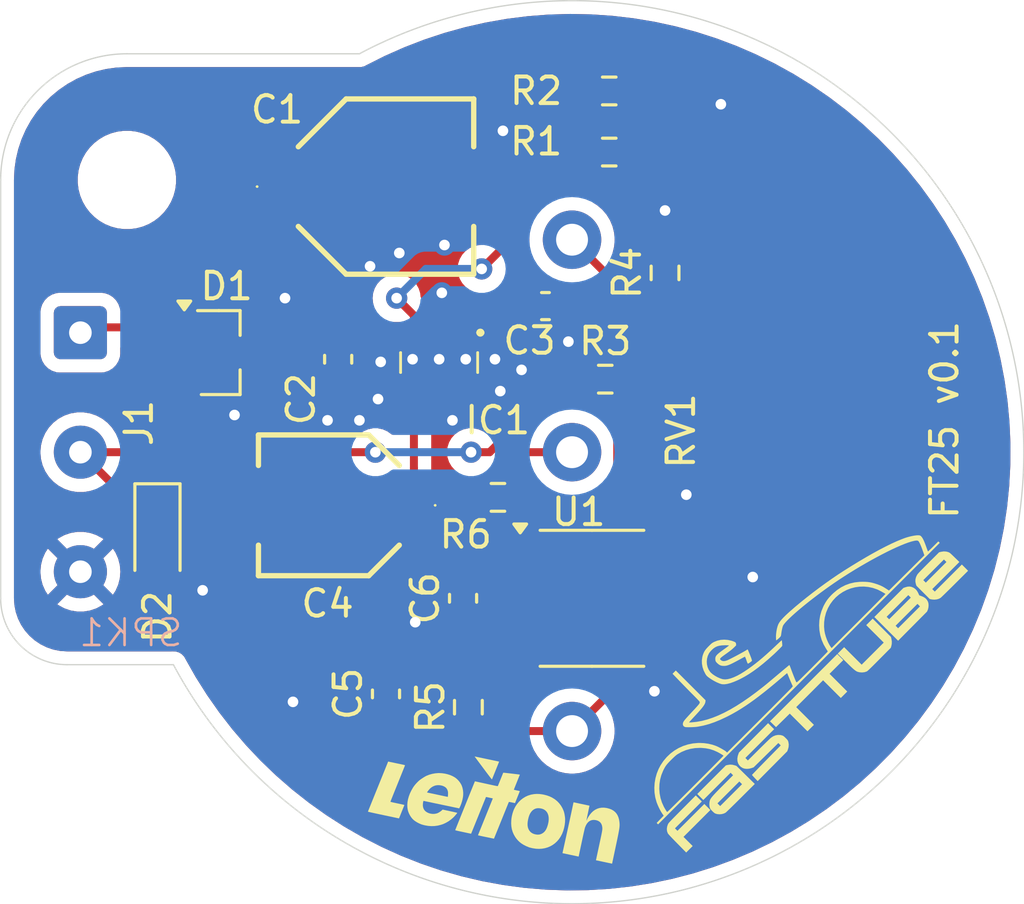
<source format=kicad_pcb>
(kicad_pcb
	(version 20240108)
	(generator "pcbnew")
	(generator_version "8.0")
	(general
		(thickness 1.6)
		(legacy_teardrops no)
	)
	(paper "A4")
	(layers
		(0 "F.Cu" signal)
		(31 "B.Cu" power)
		(32 "B.Adhes" user "B.Adhesive")
		(33 "F.Adhes" user "F.Adhesive")
		(34 "B.Paste" user)
		(35 "F.Paste" user)
		(37 "F.SilkS" user "F.Silkscreen")
		(38 "B.Mask" user)
		(39 "F.Mask" user)
		(40 "Dwgs.User" user "User.Drawings")
		(41 "Cmts.User" user "User.Comments")
		(42 "Eco1.User" user "User.Eco1")
		(43 "Eco2.User" user "User.Eco2")
		(44 "Edge.Cuts" user)
		(45 "Margin" user)
		(46 "B.CrtYd" user "B.Courtyard")
		(47 "F.CrtYd" user "F.Courtyard")
		(48 "B.Fab" user)
		(49 "F.Fab" user)
		(50 "User.1" user)
		(51 "User.2" user)
		(52 "User.3" user)
		(53 "User.4" user)
		(54 "User.5" user)
		(55 "User.6" user)
		(56 "User.7" user)
		(57 "User.8" user)
		(58 "User.9" user)
	)
	(setup
		(stackup
			(layer "F.SilkS"
				(type "Top Silk Screen")
			)
			(layer "F.Paste"
				(type "Top Solder Paste")
			)
			(layer "F.Mask"
				(type "Top Solder Mask")
				(thickness 0.01)
			)
			(layer "F.Cu"
				(type "copper")
				(thickness 0.035)
			)
			(layer "dielectric 1"
				(type "core")
				(thickness 1.51)
				(material "FR4")
				(epsilon_r 4.5)
				(loss_tangent 0.02)
			)
			(layer "B.Cu"
				(type "copper")
				(thickness 0.035)
			)
			(layer "B.Mask"
				(type "Bottom Solder Mask")
				(thickness 0.01)
			)
			(layer "B.Paste"
				(type "Bottom Solder Paste")
			)
			(layer "dielectric 2"
				(type "Bottom Silk Screen")
				(thickness 0)
				(material "FR4")
				(epsilon_r 4.5)
				(loss_tangent 0.02)
			)
			(copper_finish "None")
			(dielectric_constraints no)
		)
		(pad_to_mask_clearance 0)
		(allow_soldermask_bridges_in_footprints no)
		(pcbplotparams
			(layerselection 0x00010fc_ffffffff)
			(plot_on_all_layers_selection 0x0000000_00000000)
			(disableapertmacros no)
			(usegerberextensions no)
			(usegerberattributes yes)
			(usegerberadvancedattributes yes)
			(creategerberjobfile yes)
			(dashed_line_dash_ratio 12.000000)
			(dashed_line_gap_ratio 3.000000)
			(svgprecision 4)
			(plotframeref no)
			(viasonmask no)
			(mode 1)
			(useauxorigin no)
			(hpglpennumber 1)
			(hpglpenspeed 20)
			(hpglpendiameter 15.000000)
			(pdf_front_fp_property_popups yes)
			(pdf_back_fp_property_popups yes)
			(dxfpolygonmode yes)
			(dxfimperialunits yes)
			(dxfusepcbnewfont yes)
			(psnegative no)
			(psa4output no)
			(plotreference yes)
			(plotvalue yes)
			(plotfptext yes)
			(plotinvisibletext no)
			(sketchpadsonfab no)
			(subtractmaskfromsilk no)
			(outputformat 1)
			(mirror no)
			(drillshape 1)
			(scaleselection 1)
			(outputdirectory "")
		)
	)
	(net 0 "")
	(net 1 "VDD")
	(net 2 "GND")
	(net 3 "Net-(U1-FEED)")
	(net 4 "Net-(SPK1-M)")
	(net 5 "+24V")
	(net 6 "Net-(U1-HRNEN)")
	(net 7 "Net-(IC1-EN{slash}ADJ)")
	(net 8 "/SIG")
	(net 9 "Net-(SPK1-G)")
	(net 10 "Net-(SPK1-F)")
	(net 11 "Net-(D1-A)")
	(net 12 "unconnected-(U1-NC-Pad1)")
	(net 13 "unconnected-(U1-NC-Pad3)")
	(net 14 "Net-(R1-Pad2)")
	(footprint "Connector_Wire:SolderWire-0.25sqmm_1x03_P4.5mm_D0.65mm_OD2mm" (layer "F.Cu") (at 131.5 95.5 -90))
	(footprint "Capacitor_SMD:C_0603_1608Metric_Pad1.08x0.95mm_HandSolder" (layer "F.Cu") (at 141.2 96.5 -90))
	(footprint "Capacitor_SMD:C_0603_1608Metric_Pad1.08x0.95mm_HandSolder" (layer "F.Cu") (at 145.9 105.5 90))
	(footprint "LOGO" (layer "F.Cu") (at 157.785054 107.960449 45))
	(footprint "Resistor_SMD:R_0603_1608Metric_Pad0.98x0.95mm_HandSolder" (layer "F.Cu") (at 146.1 109.6 90))
	(footprint "soundbox:06TR4FA104DPR" (layer "F.Cu") (at 159 95.5))
	(footprint "Capacitor_SMD:C_0603_1608Metric_Pad1.08x0.95mm_HandSolder" (layer "F.Cu") (at 149 94.5 180))
	(footprint "Resistor_SMD:R_0603_1608Metric_Pad0.98x0.95mm_HandSolder" (layer "F.Cu") (at 153.5 93.25 90))
	(footprint "soundbox:PG-SCT595-5" (layer "F.Cu") (at 145 96.5 180))
	(footprint "soundbox:EEE0GA101SR" (layer "F.Cu") (at 140.85 102 180))
	(footprint "Resistor_SMD:R_0603_1608Metric_Pad0.98x0.95mm_HandSolder" (layer "F.Cu") (at 147.2125 101.7))
	(footprint "Resistor_SMD:R_0603_1608Metric_Pad0.98x0.95mm_HandSolder" (layer "F.Cu") (at 151.4 88.7))
	(footprint "Package_TO_SOT_SMD:SOT-23_Handsoldering" (layer "F.Cu") (at 136.75 96.25))
	(footprint "soundbox:LeitOn_small_wo_sq" (layer "F.Cu") (at 147.2 113.1 -12))
	(footprint "Package_SO:SOIC-8_3.9x4.9mm_P1.27mm" (layer "F.Cu") (at 150.75 105.5))
	(footprint "soundbox:EEE1AA101SP" (layer "F.Cu") (at 143 90))
	(footprint "Resistor_SMD:R_0603_1608Metric_Pad0.98x0.95mm_HandSolder" (layer "F.Cu") (at 151.25 97.25))
	(footprint "Capacitor_SMD:C_0603_1608Metric_Pad1.08x0.95mm_HandSolder" (layer "F.Cu") (at 143 109.1 90))
	(footprint "Diode_SMD:D_SOD-323_HandSoldering" (layer "F.Cu") (at 134.4 103.2 -90))
	(footprint "MountingHole:MountingHole_3.2mm_M3_DIN965" (layer "F.Cu") (at 133.25 89.75))
	(footprint "Resistor_SMD:R_0603_1608Metric_Pad0.98x0.95mm_HandSolder" (layer "F.Cu") (at 151.4 86.4))
	(footprint "soundbox:CPT-3016-105T" (layer "B.Cu") (at 150 100 180))
	(gr_arc
		(start 128.5 89.75)
		(mid 129.891243 86.391243)
		(end 133.25 85)
		(stroke
			(width 0.05)
			(type default)
		)
		(layer "Edge.Cuts")
		(uuid "0c9499f7-3257-4d1a-ab45-d3dea9659961")
	)
	(gr_line
		(start 133.25 85)
		(end 142 85)
		(stroke
			(width 0.05)
			(type default)
		)
		(layer "Edge.Cuts")
		(uuid "145b8ce2-1cdf-402f-8341-2813b341aab6")
	)
	(gr_line
		(start 128.5 89.75)
		(end 128.5 105.5)
		(stroke
			(width 0.05)
			(type default)
		)
		(layer "Edge.Cuts")
		(uuid "5702bfe5-fa35-42f9-b66d-dc1faf38af9f")
	)
	(gr_line
		(start 131 108)
		(end 135 108)
		(stroke
			(width 0.05)
			(type default)
		)
		(layer "Edge.Cuts")
		(uuid "7ce022d5-3481-46fd-850f-fa99ac5c91eb")
	)
	(gr_arc
		(start 142 85)
		(mid 166.263456 104.949746)
		(end 135.000001 108.000003)
		(stroke
			(width 0.05)
			(type default)
		)
		(layer "Edge.Cuts")
		(uuid "8a2c619c-8626-4af2-8c59-1422d0ba61b9")
	)
	(gr_arc
		(start 131 108)
		(mid 129.232233 107.267767)
		(end 128.5 105.5)
		(stroke
			(width 0.05)
			(type default)
		)
		(layer "Edge.Cuts")
		(uuid "e1634623-b024-4caa-9d4d-69a765686d49")
	)
	(gr_rect
		(start 128.5 83)
		(end 167 117)
		(stroke
			(width 0.01)
			(type default)
		)
		(fill none)
		(layer "User.1")
		(uuid "39b0a146-c4d4-4256-ae48-acf0ec4d99bd")
	)
	(gr_text "FT25 v0.1"
		(at 164.6 102.6 90)
		(layer "F.SilkS")
		(uuid "0568cae2-bee3-4247-bec4-4aec8861298f")
		(effects
			(font
				(size 1 1)
				(thickness 0.15)
			)
			(justify left bottom)
		)
	)
	(segment
		(start 144.05 100.6)
		(end 144.05 101.8)
		(width 0.3)
		(layer "F.Cu")
		(net 1)
		(uuid "0200de1e-f1d3-475e-904f-1ae67260540b")
	)
	(segment
		(start 144.05 103.45)
		(end 144.05 102.35)
		(width 0.3)
		(layer "F.Cu")
		(net 1)
		(uuid "0bc4b59f-3030-465f-99e6-8a96f1d37eff")
	)
	(segment
		(start 148.275 104.865)
		(end 146.1275 104.865)
		(width 0.3)
		(layer "F.Cu")
		(net 1)
		(uuid "4fcf3739-2429-46db-a6eb-520af12c0900")
	)
	(segment
		(start 144 97.75)
		(end 144.05 97.7)
		(width 0.3)
		(layer "F.Cu")
		(net 1)
		(uuid "b57598a9-8b18-4e03-89c1-05fa95734452")
	)
	(segment
		(start 144.05 97.7)
		(end 144.05 100.6)
		(width 0.3)
		(layer "F.Cu")
		(net 1)
		(uuid "b5e77050-d7d3-4d83-9482-2923ce921046")
	)
	(segment
		(start 142.85 101.8)
		(end 144.05 101.8)
		(width 0.3)
		(layer "F.Cu")
		(net 1)
		(uuid "b743f3e9-4660-4641-8a39-1aa2c34a7ec6")
	)
	(segment
		(start 144.05 102.35)
		(end 143.7 102)
		(width 0.3)
		(layer "F.Cu")
		(net 1)
		(uuid "c5bb5a80-74ea-46d0-bfec-228c952e0dc7")
	)
	(segment
		(start 145.9 104.6375)
		(end 145.2375 104.6375)
		(width 0.3)
		(layer "F.Cu")
		(net 1)
		(uuid "cd55c0ae-b94b-4f6e-88d8-0819b3376a66")
	)
	(segment
		(start 145.2375 104.6375)
		(end 144.05 103.45)
		(width 0.3)
		(layer "F.Cu")
		(net 1)
		(uuid "ea5494ea-c94c-4637-880a-57b8847c4db0")
	)
	(segment
		(start 146.1275 104.865)
		(end 145.9 104.6375)
		(width 0.3)
		(layer "F.Cu")
		(net 1)
		(uuid "f2ef52aa-2e6f-4866-8b2f-5ded5050ff85")
	)
	(segment
		(start 145.9 106.3625)
		(end 144.1375 106.3625)
		(width 0.3)
		(layer "F.Cu")
		(net 2)
		(uuid "55aab1f9-bc28-4d68-920d-7a0186ad9de5")
	)
	(segment
		(start 149.8625 95.8375)
		(end 149.8625 94.5)
		(width 0.3)
		(layer "F.Cu")
		(net 2)
		(uuid "71920597-7374-42a3-8e56-7b58da0dcf27")
	)
	(segment
		(start 144.1375 106.3625)
		(end 144.1 106.4)
		(width 0.3)
		(layer "F.Cu")
		(net 2)
		(uuid "e1cb0569-3fed-4d04-9a27-ad2ee24e1020")
	)
	(via
		(at 155.6 86.9)
		(size 0.8)
		(drill 0.4)
		(layers "F.Cu" "B.Cu")
		(free yes)
		(net 2)
		(uuid "06a1a750-8536-4cf8-9192-35bc867304a9")
	)
	(via
		(at 140.8 98.8)
		(size 0.8)
		(drill 0.4)
		(layers "F.Cu" "B.Cu")
		(free yes)
		(net 2)
		(uuid "11677aed-5d35-4c15-8c41-230ac25975ee")
	)
	(via
		(at 142 98.8)
		(size 0.8)
		(drill 0.4)
		(layers "F.Cu" "B.Cu")
		(free yes)
		(net 2)
		(uuid "1634c358-6587-4d9e-a4c2-90a5ab1faafd")
	)
	(via
		(at 147.3 97.7)
		(size 0.8)
		(drill 0.4)
		(layers "F.Cu" "B.Cu")
		(free yes)
		(net 2)
		(uuid "1a418d52-d221-44b1-ad1d-91e97992ecb3")
	)
	(via
		(at 142.7 98)
		(size 0.8)
		(drill 0.4)
		(layers "F.Cu" "B.Cu")
		(free yes)
		(net 2)
		(uuid "25345f8f-538d-46a3-b8d8-5a868b8a4bca")
	)
	(via
		(at 144.1 106.4)
		(size 0.8)
		(drill 0.4)
		(layers "F.Cu" "B.Cu")
		(net 2)
		(uuid "2a82b6e4-3e60-41fd-bd5d-f6a27f31de3c")
	)
	(via
		(at 143.5 92.5)
		(size 0.8)
		(drill 0.4)
		(layers "F.Cu" "B.Cu")
		(free yes)
		(net 2)
		(uuid "384c8bfa-3338-4421-b506-b5dcc7f603cf")
	)
	(via
		(at 153.5 90.9)
		(size 0.8)
		(drill 0.4)
		(layers "F.Cu" "B.Cu")
		(free yes)
		(net 2)
		(uuid "59e64dbd-0451-436f-844e-4c0d273598ba")
	)
	(via
		(at 148.1 96.9)
		(size 0.8)
		(drill 0.4)
		(layers "F.Cu" "B.Cu")
		(free yes)
		(net 2)
		(uuid "69cbc453-a834-432c-a06f-6af5e0115401")
	)
	(via
		(at 145 96.5)
		(size 0.8)
		(drill 0.4)
		(layers "F.Cu" "B.Cu")
		(free yes)
		(net 2)
		(uuid "6a66460c-c4ed-4cbb-ad75-8721cfb01e79")
	)
	(via
		(at 153.1 109)
		(size 0.8)
		(drill 0.4)
		(layers "F.Cu" "B.Cu")
		(free yes)
		(net 2)
		(uuid "7fa75b93-3a54-4ab9-823b-8664220d8fc0")
	)
	(via
		(at 136.1 105.2)
		(size 0.8)
		(drill 0.4)
		(layers "F.Cu" "B.Cu")
		(free yes)
		(net 2)
		(uuid "83ee66e4-35b7-421f-bd51-e9232ebc2f9c")
	)
	(via
		(at 147.4 87.9)
		(size 0.8)
		(drill 0.4)
		(layers "F.Cu" "B.Cu")
		(free yes)
		(net 2)
		(uuid "87ee8f62-5586-4ec4-bf64-4d8e7f4f3c00")
	)
	(via
		(at 142.8 96.6)
		(size 0.8)
		(drill 0.4)
		(layers "F.Cu" "B.Cu")
		(free yes)
		(net 2)
		(uuid "88f446c1-03c1-4aaf-8c6d-a532e3fea711")
	)
	(via
		(at 145.2 92.2)
		(size 0.8)
		(drill 0.4)
		(layers "F.Cu" "B.Cu")
		(free yes)
		(net 2)
		(uuid "96ccf5b1-b85a-42c6-89d1-03c3653c0e78")
	)
	(via
		(at 139.2 94.2)
		(size 0.8)
		(drill 0.4)
		(layers "F.Cu" "B.Cu")
		(free yes)
		(net 2)
		(uuid "992c7461-a546-414a-83a3-be9358a4ffe2")
	)
	(via
		(at 145.1 94)
		(size 0.8)
		(drill 0.4)
		(layers "F.Cu" "B.Cu")
		(free yes)
		(net 2)
		(uuid "b57f5c0c-c97f-4e02-83ff-2ef698d42b64")
	)
	(via
		(at 145.5 98.8)
		(size 0.8)
		(drill 0.4)
		(layers "F.Cu" "B.Cu")
		(free yes)
		(net 2)
		(uuid "b5ab2b73-4634-4e0e-855d-42a626e2a677")
	)
	(via
		(at 154.3 101.6)
		(size 0.8)
		(drill 0.4)
		(layers "F.Cu" "B.Cu")
		(free yes)
		(net 2)
		(uuid "b76a2fc2-0f04-4ac7-8040-3c68efea3aaa")
	)
	(via
		(at 146 96.5)
		(size 0.8)
		(drill 0.4)
		(layers "F.Cu" "B.Cu")
		(free yes)
		(net 2)
		(uuid "ce89bd32-5eb5-4729-8660-e03d2d9f2e18")
	)
	(via
		(at 147.1 96.5)
		(size 0.8)
		(drill 0.4)
		(layers "F.Cu" "B.Cu")
		(free yes)
		(net 2)
		(uuid "d6efebd2-3405-41b1-bc0d-84897ffc75fb")
	)
	(via
		(at 149.8625 95.8375)
		(size 0.8)
		(drill 0.4)
		(layers "F.Cu" "B.Cu")
		(free yes)
		(net 2)
		(uuid "d8f12fb1-bcf4-4713-a92c-8cd19cfe334a")
	)
	(via
		(at 156.8 104.7)
		(size 0.8)
		(drill 0.4)
		(layers "F.Cu" "B.Cu")
		(free yes)
		(net 2)
		(uuid "db890ffb-38c3-4b56-bb01-106cd42901c5")
	)
	(via
		(at 144 96.5)
		(size 0.8)
		(drill 0.4)
		(layers "F.Cu" "B.Cu")
		(free yes)
		(net 2)
		(uuid "dcf1182a-9346-40f1-9a54-d1175b80aebf")
	)
	(via
		(at 139.5 109.4)
		(size 0.8)
		(drill 0.4)
		(layers "F.Cu" "B.Cu")
		(free yes)
		(net 2)
		(uuid "dee0939a-5e0d-4315-a470-5bde3c7fcd15")
	)
	(via
		(at 137.3 98.6)
		(size 0.8)
		(drill 0.4)
		(layers "F.Cu" "B.Cu")
		(free yes)
		(net 2)
		(uuid "ecf13844-64d3-4d09-826f-01f2a3714814")
	)
	(via
		(at 142.4 93)
		(size 0.8)
		(drill 0.4)
		(layers "F.Cu" "B.Cu")
		(free yes)
		(net 2)
		(uuid "f5a8ee92-c6be-49c6-a40d-bd44551aab57")
	)
	(segment
		(start 149.9 106.9)
		(end 149.395 107.405)
		(width 0.3)
		(layer "F.Cu")
		(net 3)
		(uuid "072347fb-8a85-4b8b-9cdd-570becb73639")
	)
	(segment
		(start 143 108.2375)
		(end 143.1625 108.4)
		(width 0.3)
		(layer "F.Cu")
		(net 3)
		(uuid "33cc69b3-2ac0-4549-9b3b-91cd59442f92")
	)
	(segment
		(start 148.275 107.405)
		(end 146.105 107.405)
		(width 0.3)
		(layer "F.Cu")
		(net 3)
		(uuid "4d85323a-08d1-468c-bfd3-e496a2731d71")
	)
	(segment
		(start 146.105 107.405)
		(end 146.1 107.4)
		(width 0.3)
		(layer "F.Cu")
		(net 3)
		(uuid "5dd55fdd-6d11-4b51-a953-3fa965ab3532")
	)
	(segment
		(start 148.125 101.7)
		(end 148.4 101.7)
		(width 0.3)
		(layer "F.Cu")
		(net 3)
		(uuid "68a5e2c6-7d6d-4572-b044-716560f93b78")
	)
	(segment
		(start 149.395 107.405)
		(end 148.275 107.405)
		(width 0.3)
		(layer "F.Cu")
		(net 3)
		(uuid "743d24b5-976d-4645-9863-8a0ee42aafcc")
	)
	(segment
		(start 143.1625 108.4)
		(end 145.8125 108.4)
		(width 0.3)
		(layer "F.Cu")
		(net 3)
		(uuid "b7c0af82-7118-446f-84b0-b130de258793")
	)
	(segment
		(start 149.9 103.2)
		(end 149.9 106.9)
		(width 0.3)
		(layer "F.Cu")
		(net 3)
		(uuid "cb404238-cfe4-4c89-80e5-10dbaa60b65d")
	)
	(segment
		(start 148.4 101.7)
		(end 149.9 103.2)
		(width 0.3)
		(layer "F.Cu")
		(net 3)
		(uuid "d01badf2-6c95-4c67-a7e8-06a90062df4a")
	)
	(segment
		(start 145.8125 108.4)
		(end 146.1 108.6875)
		(width 0.3)
		(layer "F.Cu")
		(net 3)
		(uuid "d28d9681-e4e7-4093-b176-03db88347aa5")
	)
	(segment
		(start 146.1 108.6875)
		(end 146.1 107.4)
		(width 0.3)
		(layer "F.Cu")
		(net 3)
		(uuid "f412a4c1-f106-41a2-a9c6-a0084babeb82")
	)
	(segment
		(start 143 109.9625)
		(end 143.3625 109.6)
		(width 0.3)
		(layer "F.Cu")
		(net 4)
		(uuid "1275eff5-a8cd-4980-99f8-bd6048c5865e")
	)
	(segment
		(start 143.3625 109.6)
		(end 148.2 109.6)
		(width 0.3)
		(layer "F.Cu")
		(net 4)
		(uuid "21c00ab5-9d09-4381-9fee-a936ade63893")
	)
	(segment
		(start 151.25 98.55)
		(end 151.7 99)
		(width 0.3)
		(layer "F.Cu")
		(net 4)
		(uuid "30c7c0a9-de98-46ee-ad56-98519c7cfb85")
	)
	(segment
		(start 152 104.865)
		(end 151.735 104.865)
		(width 0.3)
		(layer "F.Cu")
		(net 4)
		(uuid "36da2dfc-84c8-4d31-a70b-2f8f40fe67e3")
	)
	(segment
		(start 151.7 104.6)
		(end 151.7 104.83)
		(width 0.3)
		(layer "F.Cu")
		(net 4)
		(uuid "3ae480d1-8672-4f2c-a851-94f59965e078")
	)
	(segment
		(start 150.6 106)
		(end 151.735 104.865)
		(width 0.3)
		(layer "F.Cu")
		(net 4)
		(uuid "43024d58-9f54-4f6e-8b0a-0234d31eabeb")
	)
	(segment
		(start 151.7 99)
		(end 151.7 104.6)
		(width 0.3)
		(layer "F.Cu")
		(net 4)
		(uuid "45402f4d-99c3-4ba9-bd66-4a1ea8da26b0")
	)
	(segment
		(start 150.6 107.2)
		(end 150.6 106)
		(width 0.3)
		(layer "F.Cu")
		(net 4)
		(uuid "534a1b64-c56d-4dac-be08-2c6f4970d5f7")
	)
	(segment
		(start 151.735 104.6)
		(end 152 104.865)
		(width 0.3)
		(layer "F.Cu")
		(net 4)
		(uuid "5da0f8fb-e2f9-41b0-9801-f13702b13393")
	)
	(segment
		(start 151.7 104.83)
		(end 151.735 104.865)
		(width 0.3)
		(layer "F.Cu")
		(net 4)
		(uuid "78b78ccc-63d2-4be6-8684-dc2b419e2d99")
	)
	(segment
		(start 151.25 93.25)
		(end 151.25 98.55)
		(width 0.3)
		(layer "F.Cu")
		(net 4)
		(uuid "7bc63da9-9e54-4147-a93d-721567276b1d")
	)
	(segment
		(start 150 92)
		(end 151.25 93.25)
		(width 0.3)
		(layer "F.Cu")
		(net 4)
		(uuid "d0f86c55-1497-473f-92ab-0926b530691e")
	)
	(segment
		(start 153.06 104.7)
		(end 153.225 104.865)
		(width 0.3)
		(layer "F.Cu")
		(net 4)
		(uuid "de487b46-dff6-4637-b730-51caf9eeca2e")
	)
	(segment
		(start 151.7 104.6)
		(end 151.735 104.6)
		(width 0.3)
		(layer "F.Cu")
		(net 4)
		(uuid "e604e90e-3383-4c49-a31e-adad540853ba")
	)
	(segment
		(start 153.225 104.865)
		(end 152 104.865)
		(width 0.3)
		(layer "F.Cu")
		(net 4)
		(uuid "fb5f5bb4-df8e-49f9-aeab-c72ab1a7e5d2")
	)
	(segment
		(start 148.2 109.6)
		(end 150.6 107.2)
		(width 0.3)
		(layer "F.Cu")
		(net 4)
		(uuid "fc45fc17-2009-442e-bbac-989774d63208")
	)
	(segment
		(start 141.2 90.7)
		(end 140.5 90)
		(width 0.3)
		(layer "F.Cu")
		(net 5)
		(uuid "0ec3d108-2dd2-4613-9e05-a42643014597")
	)
	(segment
		(start 147.7 92)
		(end 147.7 91)
		(width 0.3)
		(layer "F.Cu")
		(net 5)
		(uuid "1714de18-f19e-4a1d-9fcb-abbc4390ca85")
	)
	(segment
		(start 143.4 94.2)
		(end 144.05 94.85)
		(width 0.3)
		(layer "F.Cu")
		(net 5)
		(uuid "1dab445f-7c67-472b-bea0-a057a8fe6814")
	)
	(segment
		(start 141.5875 95.25)
		(end 144 95.25)
		(width 0.3)
		(layer "F.Cu")
		(net 5)
		(uuid "3cdd5ae0-fe74-40b7-91eb-253b46d6524f")
	)
	(segment
		(start 138.25 96.25)
		(end 139.5 96.25)
		(width 0.3)
		(layer "F.Cu")
		(net 5)
		(uuid "4441b124-5698-47f2-8d50-494066e51d56")
	)
	(segment
		(start 141.2 95.6375)
		(end 141.2 90.7)
		(width 0.3)
		(layer "F.Cu")
		(net 5)
		(uuid "579889bc-a6ba-4b0c-a1db-876d7cebf3d2")
	)
	(segment
		(start 140.1125 95.6375)
		(end 141.2 95.6375)
		(width 0.3)
		(layer "F.Cu")
		(net 5)
		(uuid "8b82cbf6-a61f-4b56-bb7e-98c50b4ea897")
	)
	(segment
		(start 150 88.7)
		(end 150.4875 88.7)
		(width 0.3)
		(layer "F.Cu")
		(net 5)
		(uuid "91449544-3d85-43bf-892d-142f30243a74")
	)
	(segment
		(start 146.6 93.1)
		(end 147.7 92)
		(width 0.3)
		(layer "F.Cu")
		(net 5)
		(uuid "a21a02bd-2759-401c-b257-6fddf78b91b4")
	)
	(segment
		(start 144.05 94.85)
		(end 144.05 95.3)
		(width 0.3)
		(layer "F.Cu")
		(net 5)
		(uuid "adf1574a-72d4-442f-b8a1-48199444bd90")
	)
	(segment
		(start 147.7 91)
		(end 150 88.7)
		(width 0.3)
		(layer "F.Cu")
		(net 5)
		(uuid "b0d0a533-03d1-4d10-9c9d-275a057f1864")
	)
	(segment
		(start 139.5 96.25)
		(end 140.1125 95.6375)
		(width 0.3)
		(layer "F.Cu")
		(net 5)
		(uuid "b40aa696-d52a-4b37-a289-b30fb8eedf24")
	)
	(segment
		(start 141.2 95.6375)
		(end 141.5875 95.25)
		(width 0.3)
		(layer "F.Cu")
		(net 5)
		(uuid "c70a6765-40cc-46c1-a2d9-b3050acd3216")
	)
	(segment
		(start 150.4875 86.4)
		(end 150.4875 88.7)
		(width 0.3)
		(layer "F.Cu")
		(net 5)
		(uuid "e74d25ae-28d4-40ff-aaa6-db74846f4d2c")
	)
	(via
		(at 146.6 93.1)
		(size 0.8)
		(drill 0.4)
		(layers "F.Cu" "B.Cu")
		(net 5)
		(uuid "1f66e272-7d73-47e7-85fd-2cea844f1376")
	)
	(via
		(at 143.4 94.2)
		(size 0.8)
		(drill 0.4)
		(layers "F.Cu" "B.Cu")
		(net 5)
		(uuid "8331b1ec-10d8-49af-bc63-06d3c2054628")
	)
	(segment
		(start 143.4 94.2)
		(end 144.5 93.1)
		(width 0.3)
		(layer "B.Cu")
		(net 5)
		(uuid "3d463da7-f24e-4295-b6cf-c9e0d28f4c0f")
	)
	(segment
		(start 144.5 93.1)
		(end 146.6 93.1)
		(width 0.3)
		(layer "B.Cu")
		(net 5)
		(uuid "83c9ff67-d173-4d20-ab93-11f408c2536e")
	)
	(segment
		(start 152.5 97.5875)
		(end 152.5 101.75)
		(width 0.3)
		(layer "F.Cu")
		(net 6)
		(uuid "074a2975-fd68-4c40-8155-f0e5b9abf23d")
	)
	(segment
		(start 152.1625 97.25)
		(end 152.5 97.5875)
		(width 0.3)
		(layer "F.Cu")
		(net 6)
		(uuid "21ff4d6b-8fcc-4b1c-820c-c5cadcb9bf55")
	)
	(segment
		(start 152.5 101.75)
		(end 153.25 102.5)
		(width 0.3)
		(layer "F.Cu")
		(net 6)
		(uuid "2fba2c5a-2a97-4175-bfeb-038d973dde82")
	)
	(segment
		(start 153.25 103.57)
		(end 153.225 103.595)
		(width 0.3)
		(layer "F.Cu")
		(net 6)
		(uuid "418fabef-99d7-47c9-abc2-f7723d16f244")
	)
	(segment
		(start 152.1625 97.25)
		(end 152.25 97.25)
		(width 0.3)
		(layer "F.Cu")
		(net 6)
		(uuid "52311879-8ed6-466b-bba9-44d036750aed")
	)
	(segment
		(start 153.25 102.5)
		(end 153.25 103.57)
		(width 0.3)
		(layer "F.Cu")
		(net 6)
		(uuid "cdcf619f-a978-4667-ae1c-20f141c6c1ed")
	)
	(segment
		(start 153.5 96)
		(end 153.5 94.1625)
		(width 0.3)
		(layer "F.Cu")
		(net 6)
		(uuid "ef8cfd81-6cb9-4d71-b3bf-0610e509a439")
	)
	(segment
		(start 152.25 97.25)
		(end 153.5 96)
		(width 0.3)
		(layer "F.Cu")
		(net 6)
		(uuid "fa2f396c-09cf-4795-881a-85a4b4ae0039")
	)
	(segment
		(start 159 91.225)
		(end 157.525 89.75)
		(width 0.3)
		(layer "F.Cu")
		(net 7)
		(uuid "10e80ff1-24c9-4e99-a6ae-40c6b4da76d7")
	)
	(segment
		(start 145.95 95.3)
		(end 147.425 93.825)
		(width 0.3)
		(layer "F.Cu")
		(net 7)
		(uuid "69f64f3f-7002-47e9-8d79-e5b3fa90185e")
	)
	(segment
		(start 148.25 93)
		(end 147.425 93.825)
		(width 0.3)
		(layer "F.Cu")
		(net 7)
		(uuid "71a75b59-ac82-42df-ab4d-24534136247c")
	)
	(segment
		(start 149.75 89.75)
		(end 148.25 91.25)
		(width 0.3)
		(layer "F.Cu")
		(net 7)
		(uuid "7c187c0d-5463-49e4-b302-7e6b907a001c")
	)
	(segment
		(start 157.525 89.75)
		(end 149.75 89.75)
		(width 0.3)
		(layer "F.Cu")
		(net 7)
		(uuid "8caf3322-20bd-4792-87d4-2ac4b6e61f44")
	)
	(segment
		(start 148.1375 94.5)
		(end 148.1 94.5)
		(width 0.3)
		(layer "F.Cu")
		(net 7)
		(uuid "c7a1fbfd-de61-4daa-8cec-99339a910f45")
	)
	(segment
		(start 148.1 94.5)
		(end 147.425 93.825)
		(width 0.3)
		(layer "F.Cu")
		(net 7)
		(uuid "fb5c3ebe-ae4a-47c1-bc91-695929b1d538")
	)
	(segment
		(start 148.25 91.25)
		(end 148.25 93)
		(width 0.3)
		(layer "F.Cu")
		(net 7)
		(uuid "fd5ccc6b-1f50-4929-b1e8-f7fa3b79e0ff")
	)
	(segment
		(start 134.4 101.95)
		(end 133.45 101.95)
		(width 0.3)
		(layer "F.Cu")
		(net 8)
		(uuid "0fe563d9-a79f-498c-bb52-76c56e7dcda7")
	)
	(segment
		(start 133.45 101.95)
		(end 131.5 100)
		(width 0.3)
		(layer "F.Cu")
		(net 8)
		(uuid "17b2d4b1-992b-4b43-9684-383b57817b18")
	)
	(segment
		(start 134.4 100)
		(end 142.6 100)
		(width 0.3)
		(layer "F.Cu")
		(net 8)
		(uuid "27127dbf-bac2-4c6f-af65-19975f8f1970")
	)
	(segment
		(start 149.65 97.25)
		(end 150.3375 97.25)
		(width 0.3)
		(layer "F.Cu")
		(net 8)
		(uuid "49712491-cc98-417d-9fd7-6bea8419dd0f")
	)
	(segment
		(start 146.2 100)
		(end 146.9 100)
		(width 0.3)
		(layer "F.Cu")
		(net 8)
		(uuid "527f361a-886e-4d3e-b2f8-d2e7b77728ba")
	)
	(segment
		(start 131.5 100)
		(end 134.4 100)
		(width 0.3)
		(layer "F.Cu")
		(net 8)
		(uuid "72cbdf54-c0e4-4740-a118-61cf36656b59")
	)
	(segment
		(start 134.4 101.95)
		(end 134.4 100)
		(width 0.3)
		(layer "F.Cu")
		(net 8)
		(uuid "e650d11d-7494-414b-b1e1-ba5442f115dd")
	)
	(segment
		(start 146.9 100)
		(end 149.65 97.25)
		(width 0.3)
		(layer "F.Cu")
		(net 8)
		(uuid "eab867c7-f470-4870-8085-66ac175dac89")
	)
	(via
		(at 146.2 100)
		(size 0.8)
		(drill 0.4)
		(layers "F.Cu" "B.Cu")
		(net 8)
		(uuid "3e77b714-44f3-4163-8c08-87f52830b850")
	)
	(via
		(at 142.6 100)
		(size 0.8)
		(drill 0.4)
		(layers "F.Cu" "B.Cu")
		(net 8)
		(uuid "5281ce56-3ddb-4cc6-af00-7d45d7765312")
	)
	(segment
		(start 142.6 100)
		(end 146.2 100)
		(width 0.3)
		(layer "B.Cu")
		(net 8)
		(uuid "7f30ac41-d40b-4057-b41b-f5859121de8d")
	)
	(segment
		(start 146.1 110.5125)
		(end 146.1125 110.5)
		(width 0.3)
		(layer "F.Cu")
		(net 9)
		(uuid "0985b6fd-d180-4fc5-bce9-3d6204322516")
	)
	(segment
		(start 150 110.5)
		(end 151.3 109.2)
		(width 0.3)
		(layer "F.Cu")
		(net 9)
		(uuid "29833cd4-ae84-47c3-a086-4dfcd0ca3a64")
	)
	(segment
		(start 146.1125 110.5)
		(end 150 110.5)
		(width 0.3)
		(layer "F.Cu")
		(net 9)
		(uuid "924cc875-b40f-4c52-9192-86ac241c9175")
	)
	(segment
		(start 151.965 106.135)
		(end 153.225 106.135)
		(width 0.3)
		(layer "F.Cu")
		(net 9)
		(uuid "d32f4e74-f404-477c-91c6-11336f273e81")
	)
	(segment
		(start 151.3 109.2)
		(end 151.3 106.8)
		(width 0.3)
		(layer "F.Cu")
		(net 9)
		(uuid "e4c7c31e-d0bc-4d47-b7ae-acbdc347fd7a")
	)
	(segment
		(start 151.3 106.8)
		(end 151.965 106.135)
		(width 0.3)
		(layer "F.Cu")
		(net 9)
		(uuid "e78a7e10-98f9-4831-bed7-9f8aafb304a1")
	)
	(segment
		(start 148 100)
		(end 150 100)
		(width 0.3)
		(layer "F.Cu")
		(net 10)
		(uuid "3742acb2-820e-4999-be63-afbe5ee5925a")
	)
	(segment
		(start 146.3 101.7)
		(end 148 100)
		(width 0.3)
		(layer "F.Cu")
		(net 10)
		(uuid "85bef4ca-4201-41d1-8bbe-9a35f0aa61c3")
	)
	(segment
		(start 135.25 95.3)
		(end 131.7 95.3)
		(width 0.3)
		(layer "F.Cu")
		(net 11)
		(uuid "a91db6b1-c4d0-4082-8243-54f9f4debef9")
	)
	(segment
		(start 131.7 95.3)
		(end 131.5 95.5)
		(width 0.3)
		(layer "F.Cu")
		(net 11)
		(uuid "b4303bdb-fbe9-4f59-8912-f6fe0909e13f")
	)
	(segment
		(start 161.15 100.425)
		(end 161.15 89.95)
		(width 0.3)
		(layer "F.Cu")
		(net 14)
		(uuid "26979417-b786-4be8-984f-7d0738cdff24")
	)
	(segment
		(start 161.15 89.95)
		(end 159.9 88.7)
		(width 0.3)
		(layer "F.Cu")
		(net 14)
		(uuid "7718b055-c971-4cec-ab44-672e9f6976fc")
	)
	(segment
		(start 159.9 88.7)
		(end 152.3125 88.7)
		(width 0.3)
		(layer "F.Cu")
		(net 14)
		(uuid "8f63e3d9-dbb7-40be-853d-4d064e73fe36")
	)
	(segment
		(start 152.3125 86.4)
		(end 152.3125 88.7)
		(width 0.3)
		(layer "F.Cu")
		(net 14)
		(uuid "d1f80375-c994-4ac9-a326-cf0882761c94")
	)
	(zone
		(net 2)
		(net_name "GND")
		(layer "F.Cu")
		(uuid "3fbb25a7-40e0-4e93-a8cf-da28d9fa13f5")
		(hatch edge 0.5)
		(connect_pads
			(clearance 0.5)
		)
		(min_thickness 0.25)
		(filled_areas_thickness no)
		(fill yes
			(thermal_gap 0.5)
			(thermal_bridge_width 0.5)
		)
		(polygon
			(pts
				(arc
					(start 133.25 85)
					(mid 129.891243 86.391243)
					(end 128.5 89.75)
				)
				(arc
					(start 128.5 105.5)
					(mid 129.232233 107.267767)
					(end 131 108)
				)
				(xy 135 108)
				(arc
					(start 135.000001 108.000003)
					(mid 166.263456 104.949746)
					(end 142 85)
				)
			)
		)
		(filled_polygon
			(layer "F.Cu")
			(pts
				(xy 150.729967 83.516727) (xy 150.735946 83.516994) (xy 151.529551 83.571622) (xy 151.535512 83.572178)
				(xy 152.325547 83.665284) (xy 152.331488 83.666131) (xy 153.116064 83.797492) (xy 153.121948 83.798625)
				(xy 153.899202 83.967928) (xy 153.905055 83.969353) (xy 154.67315 84.176196) (xy 154.678926 84.177903)
				(xy 154.926303 84.25759) (xy 155.436071 84.421803) (xy 155.441739 84.423781) (xy 155.642771 84.4995)
				(xy 156.18618 84.704175) (xy 156.191764 84.706435) (xy 156.420514 84.805529) (xy 156.92169 85.022639)
				(xy 156.927133 85.025156) (xy 157.640856 85.376443) (xy 157.646152 85.379211) (xy 158.007932 85.579661)
				(xy 158.341966 85.764738) (xy 158.347163 85.767784) (xy 158.47746 85.848486) (xy 158.948506 86.140239)
				(xy 159.023447 86.186655) (xy 159.028489 86.189951) (xy 159.683594 86.641142) (xy 159.68847 86.644678)
				(xy 160.320892 87.12715) (xy 160.325591 87.130918) (xy 160.933869 87.64356) (xy 160.938379 87.647553)
				(xy 161.397717 88.074499) (xy 161.52102 88.189106) (xy 161.525322 88.193304) (xy 162.080992 88.76253)
				(xy 162.085075 88.76692) (xy 162.42776 89.1539) (xy 162.612445 89.362457) (xy 162.616328 89.367062)
				(xy 163.114154 89.987504) (xy 163.117808 89.992292) (xy 163.584903 90.63616) (xy 163.588321 90.64112)
				(xy 164.02362 91.306946) (xy 164.026792 91.312067) (xy 164.429209 91.998189) (xy 164.43213 92.003457)
				(xy 164.800779 92.708359) (xy 164.80344 92.713763) (xy 165.137416 93.435723) (xy 165.139811 93.441249)
				(xy 165.438334 94.178578) (xy 165.440458 94.184215) (xy 165.702817 94.935159) (xy 165.704665 94.940892)
				(xy 165.930247 95.703687) (xy 165.931815 95.709503) (xy 166.120094 96.482377) (xy 166.121377 96.488262)
				(xy 166.271897 97.26935) (xy 166.272893 97.275291) (xy 166.385306 98.062778) (xy 166.386012 98.06876)
				(xy 166.460049 98.860763) (xy 166.460464 98.866772) (xy 166.495954 99.661458) (xy 166.496076 99.66748)
				(xy 166.492931 100.462926) (xy 166.492761 100.468947) (xy 166.450992 101.263308) (xy 166.45053 101.269314)
				(xy 166.370231 102.060734) (xy 166.369477 102.06671) (xy 166.250847 102.853248) (xy 166.249804 102.859181)
				(xy 166.093108 103.639082) (xy 166.091779 103.644957) (xy 165.897403 104.416295) (xy 165.89579 104.422098)
				(xy 165.664175 105.183117) (xy 165.662281 105.188835) (xy 165.394001 105.937657) (xy 165.391833 105.943277)
				(xy 165.087485 106.678239) (xy 165.085046 106.683746) (xy 164.745375 107.40304) (xy 164.742671 107.408423)
				(xy 164.368469 108.110374) (xy 164.365507 108.115619) (xy 163.957661 108.798566) (xy 163.954448 108.803661)
				(xy 163.513912 109.466005) (xy 163.510455 109.470938) (xy 163.03828 110.1111) (xy 163.034588 110.115859)
				(xy 162.531877 110.732341) (xy 162.527958 110.736916) (xy 161.995916 111.328243) (xy 161.99178 111.332621)
				(xy 161.431636 111.897426) (xy 161.427292 111.901599) (xy 160.840365 112.438551) (xy 160.835823 112.442507)
				(xy 160.223555 112.950289) (xy 160.218827 112.954021) (xy 159.582572 113.431508) (xy 159.577667 113.435005)
				(xy 158.919031 113.880992) (xy 158.913963 113.884248) (xy 158.2344 114.297752) (xy 158.22918 114.300757)
				(xy 157.530353 114.680764) (xy 157.524993 114.683512) (xy 156.808549 115.02913) (xy 156.803061 115.031615)
				(xy 156.07065 115.342042) (xy 156.065049 115.344257) (xy 155.318444 115.618746) (xy 155.312742 115.620686)
				(xy 154.553708 115.858588) (xy 154.547918 115.86025) (xy 153.778191 116.06102) (xy 153.772328 116.062398)
				(xy 152.993786 116.225546) (xy 152.987862 116.226638) (xy 152.202301 116.351787) (xy 152.196331 116.35259)
				(xy 151.405621 116.439444) (xy 151.399619 116.439956) (xy 150.605628 116.488307) (xy 150.599609 116.488527)
				(xy 149.804195 116.498265) (xy 149.798172 116.498192) (xy 149.003244 116.469291) (xy 148.997231 116.468926)
				(xy 148.204642 116.401456) (xy 148.198655 116.4008) (xy 147.410252 116.294916) (xy 147.404303 116.293969)
				(xy 146.622001 116.149929) (xy 146.616117 116.148697) (xy 146.189642 116.048542) (xy 145.84171 115.966832)
				(xy 145.835882 115.965313) (xy 145.071224 115.746055) (xy 145.065476 115.744254) (xy 144.312383 115.488127)
				(xy 144.306729 115.48605) (xy 143.56695 115.193649) (xy 143.561403 115.191299) (xy 142.836702 114.863319)
				(xy 142.831277 114.860703) (xy 142.123376 114.497927) (xy 142.118083 114.495051) (xy 141.775208 114.297752)
				(xy 141.428576 114.098291) (xy 141.423452 114.095174) (xy 140.754067 113.665424) (xy 140.749086 113.662053)
				(xy 140.101371 113.200311) (xy 140.096552 113.196697) (xy 139.47199 112.704019) (xy 139.467353 112.700174)
				(xy 138.867485 112.177775) (xy 138.86304 112.17371) (xy 138.289225 111.622774) (xy 138.285004 111.618519)
				(xy 137.738622 111.040367) (xy 137.734602 111.035901) (xy 137.7005 110.996111) (xy 137.216945 110.431903)
				(xy 137.213163 110.427268) (xy 136.725416 109.798803) (xy 136.721866 109.793992) (xy 136.265236 109.142613)
				(xy 136.261907 109.13761) (xy 136.22155 109.073642) (xy 135.837445 108.464819) (xy 135.834383 108.459694)
				(xy 135.472447 107.81904) (xy 135.467008 107.807879) (xy 135.438688 107.758829) (xy 135.436662 107.75518)
				(xy 135.410612 107.706335) (xy 135.405882 107.699721) (xy 135.406296 107.699424) (xy 135.40585 107.698822)
				(xy 135.405447 107.699132) (xy 135.4005 107.692685) (xy 135.361331 107.653517) (xy 135.358432 107.650519)
				(xy 135.335041 107.6255) (xy 135.320612 107.610066) (xy 135.320606 107.610062) (xy 135.314329 107.6049)
				(xy 135.314651 107.604507) (xy 135.314068 107.604044) (xy 135.31376 107.604447) (xy 135.307318 107.599504)
				(xy 135.307314 107.5995) (xy 135.287321 107.587957) (xy 135.259272 107.571762) (xy 135.255748 107.569648)
				(xy 135.208765 107.540373) (xy 135.208761 107.540372) (xy 135.201367 107.537013) (xy 135.201577 107.53655)
				(xy 135.200884 107.536249) (xy 135.200691 107.536717) (xy 135.193181 107.533606) (xy 135.139606 107.519251)
				(xy 135.135607 107.518107) (xy 135.112998 107.511226) (xy 135.082691 107.502002) (xy 135.074678 107.500672)
				(xy 135.07476 107.500175) (xy 135.074013 107.500063) (xy 135.073948 107.50056) (xy 135.065893 107.4995)
				(xy 135.065892 107.4995) (xy 135.010425 107.4995) (xy 135.006256 107.49943) (xy 134.95098 107.49757)
				(xy 134.950979 107.49757) (xy 134.950975 107.49757) (xy 134.942888 107.498359) (xy 134.942838 107.497852)
				(xy 134.92846 107.4995) (xy 131.004067 107.4995) (xy 130.995957 107.499235) (xy 130.747116 107.482925)
				(xy 130.731035 107.480807) (xy 130.490464 107.432954) (xy 130.474797 107.428756) (xy 130.24252 107.349909)
				(xy 130.227534 107.343702) (xy 130.007539 107.235212) (xy 129.993492 107.227102) (xy 129.828017 107.116535)
				(xy 129.789537 107.090824) (xy 129.776671 107.080951) (xy 129.59225 106.919218) (xy 129.580781 106.907749)
				(xy 129.419048 106.723328) (xy 129.409174 106.71046) (xy 129.393408 106.686865) (xy 129.272897 106.506507)
				(xy 129.264787 106.49246) (xy 129.21306 106.387569) (xy 129.156294 106.272458) (xy 129.15009 106.257479)
				(xy 129.071243 106.025202) (xy 129.067045 106.009535) (xy 129.053315 105.94051) (xy 129.01919 105.768953)
				(xy 129.017075 105.752895) (xy 129.000765 105.504043) (xy 129.0005 105.495933) (xy 129.0005 104.499994)
				(xy 129.994859 104.499994) (xy 129.994859 104.500005) (xy 130.015385 104.747729) (xy 130.015387 104.747738)
				(xy 130.076412 104.988717) (xy 130.176266 105.216364) (xy 130.276564 105.369882) (xy 131.078274 104.568172)
				(xy 131.103963 104.664044) (xy 131.159916 104.760956) (xy 131.239044 104.840084) (xy 131.335956 104.896037)
				(xy 131.431827 104.921725) (xy 130.629942 105.723609) (xy 130.676768 105.760055) (xy 130.67677 105.760056)
				(xy 130.895385 105.878364) (xy 130.895396 105.878369) (xy 131.130506 105.959083) (xy 131.375707 106)
				(xy 131.624293 106) (xy 131.869493 105.959083) (xy 132.104603 105.878369) (xy 132.104614 105.878364)
				(xy 132.323228 105.760057) (xy 132.323231 105.760055) (xy 132.370056 105.723609) (xy 131.568172 104.921725)
				(xy 131.664044 104.896037) (xy 131.760956 104.840084) (xy 131.840084 104.760956) (xy 131.896037 104.664044)
				(xy 131.921725 104.568173) (xy 132.723434 105.369882) (xy 132.823731 105.216369) (xy 132.923587 104.988717)
				(xy 132.984043 104.749986) (xy 133.400001 104.749986) (xy 133.410494 104.852697) (xy 133.465641 105.019119)
				(xy 133.465643 105.019124) (xy 133.557684 105.168345) (xy 133.681654 105.292315) (xy 133.830875 105.384356)
				(xy 133.83088 105.384358) (xy 133.997302 105.439505) (xy 133.997309 105.439506) (xy 134.100019 105.449999)
				(xy 134.65 105.449999) (xy 134.699972 105.449999) (xy 134.699986 105.449998) (xy 134.802697 105.439505)
				(xy 134.969119 105.384358) (xy 134.969124 105.384356) (xy 135.118345 105.292315) (xy 135.242315 105.168345)
				(xy 135.334356 105.019124) (xy 135.334358 105.019119) (xy 135.389505 104.852697) (xy 135.389506 104.85269)
				(xy 135.399999 104.749986) (xy 135.4 104.749973) (xy 135.4 104.7) (xy 134.65 104.7) (xy 134.65 105.449999)
				(xy 134.100019 105.449999) (xy 134.149999 105.449998) (xy 134.15 105.449998) (xy 134.15 104.7) (xy 133.400001 104.7)
				(xy 133.400001 104.749986) (xy 132.984043 104.749986) (xy 132.984612 104.747738) (xy 132.984614 104.747729)
				(xy 133.005141 104.500005) (xy 133.005141 104.499994) (xy 132.984614 104.25227) (xy 132.984612 104.252261)
				(xy 132.958719 104.150013) (xy 133.4 104.150013) (xy 133.4 104.2) (xy 134.15 104.2) (xy 134.65 104.2)
				(xy 135.399999 104.2) (xy 135.399999 104.150028) (xy 135.399998 104.150013) (xy 135.389505 104.047302)
				(xy 135.334358 103.88088) (xy 135.334356 103.880875) (xy 135.242315 103.731654) (xy 135.118345 103.607684)
				(xy 134.969124 103.515643) (xy 134.969119 103.515641) (xy 134.802697 103.460494) (xy 134.80269 103.460493)
				(xy 134.699986 103.45) (xy 134.65 103.45) (xy 134.65 104.2) (xy 134.15 104.2) (xy 134.15 103.45)
				(xy 134.149999 103.449999) (xy 134.100029 103.45) (xy 134.100011 103.450001) (xy 133.997302 103.460494)
				(xy 133.83088 103.515641) (xy 133.830875 103.515643) (xy 133.681654 103.607684) (xy 133.557684 103.731654)
				(xy 133.465643 103.880875) (xy 133.465641 103.88088) (xy 133.410494 104.047302) (xy 133.410493 104.047309)
				(xy 133.4 104.150013) (xy 132.958719 104.150013) (xy 132.923587 104.011282) (xy 132.823731 103.78363)
				(xy 132.723434 103.630116) (xy 131.921725 104.431826) (xy 131.896037 104.335956) (xy 131.840084 104.239044)
				(xy 131.760956 104.159916) (xy 131.664044 104.103963) (xy 131.568173 104.078274) (xy 132.370057 103.27639)
				(xy 132.370056 103.276389) (xy 132.323229 103.239943) (xy 132.104614 103.121635) (xy 132.104603 103.12163)
				(xy 131.869493 103.040916) (xy 131.624293 103) (xy 131.375707 103) (xy 131.130506 103.040916) (xy 130.895396 103.12163)
				(xy 130.89539 103.121632) (xy 130.676761 103.239949) (xy 130.629942 103.276388) (xy 130.629942 103.27639)
				(xy 131.431827 104.078274) (xy 131.335956 104.103963) (xy 131.239044 104.159916) (xy 131.159916 104.239044)
				(xy 131.103963 104.335956) (xy 131.078274 104.431826) (xy 130.276564 103.630116) (xy 130.176267 103.783632)
				(xy 130.076412 104.011282) (xy 130.015387 104.252261) (xy 130.015385 104.25227) (xy 129.994859 104.499994)
				(xy 129.0005 104.499994) (xy 129.0005 99.999994) (xy 129.994357 99.999994) (xy 129.994357 100.000005)
				(xy 130.01489 100.247812) (xy 130.014892 100.247824) (xy 130.075936 100.488881) (xy 130.175826 100.716606)
				(xy 130.311833 100.924782) (xy 130.311836 100.924785) (xy 130.480256 101.107738) (xy 130.676491 101.260474)
				(xy 130.89519 101.378828) (xy 131.130386 101.459571) (xy 131.375665 101.5005) (xy 131.624335 101.5005)
				(xy 131.869614 101.459571) (xy 131.922966 101.441254) (xy 131.992762 101.438104) (xy 132.050909 101.470855)
				(xy 133.035324 102.455271) (xy 133.035327 102.455274) (xy 133.131196 102.519331) (xy 133.131201 102.519334)
				(xy 133.141873 102.526465) (xy 133.260256 102.575501) (xy 133.26026 102.575501) (xy 133.260261 102.575502)
				(xy 133.385928 102.6005) (xy 133.385931 102.6005) (xy 133.446042 102.6005) (xy 133.513081 102.620185)
				(xy 133.55158 102.659402) (xy 133.555139 102.665173) (xy 133.557288 102.668656) (xy 133.681344 102.792712)
				(xy 133.830666 102.884814) (xy 133.997203 102.939999) (xy 134.099991 102.9505) (xy 134.700008 102.950499)
				(xy 134.700016 102.950498) (xy 134.700019 102.950498) (xy 134.756302 102.944748) (xy 134.802797 102.939999)
				(xy 134.969334 102.884814) (xy 135.029272 102.847844) (xy 136.8 102.847844) (xy 136.806401 102.907372)
				(xy 136.806403 102.907379) (xy 136.856645 103.042086) (xy 136.856649 103.042093) (xy 136.942809 103.157187)
				(xy 136.942812 103.15719) (xy 137.057906 103.24335) (xy 137.057913 103.243354) (xy 137.19262 103.293596)
				(xy 137.192627 103.293598) (xy 137.252155 103.299999) (xy 137.252172 103.3) (xy 138.45 103.3) (xy 138.95 103.3)
				(xy 140.147828 103.3) (xy 140.147844 103.299999) (xy 140.207372 103.293598) (xy 140.207379 103.293596)
				(xy 140.342086 103.243354) (xy 140.342093 103.24335) (xy 140.457187 103.15719) (xy 140.45719 103.157187)
				(xy 140.54335 103.042093) (xy 140.543354 103.042086) (xy 140.593596 102.907379) (xy 140.593598 102.907372)
				(xy 140.599999 102.847844) (xy 140.6 102.847827) (xy 140.6 102.25) (xy 138.95 102.25) (xy 138.95 103.3)
				(xy 138.45 103.3) (xy 138.45 102.25) (xy 136.8 102.25) (xy 136.8 102.847844) (xy 135.029272 102.847844)
				(xy 135.118656 102.792712) (xy 135.242712 102.668656) (xy 135.334814 102.519334) (xy 135.389999 102.352797)
				(xy 135.4005 102.250009) (xy 135.400499 101.649992) (xy 135.389999 101.547203) (xy 135.334814 101.380666)
				(xy 135.242712 101.231344) (xy 135.118656 101.107288) (xy 135.118655 101.107287) (xy 135.109402 101.10158)
				(xy 135.062678 101.049632) (xy 135.0505 100.996042) (xy 135.0505 100.7745) (xy 135.070185 100.707461)
				(xy 135.122989 100.661706) (xy 135.1745 100.6505) (xy 136.839053 100.6505) (xy 136.906092 100.670185)
				(xy 136.951847 100.722989) (xy 136.961791 100.792147) (xy 136.938319 100.848811) (xy 136.856649 100.957906)
				(xy 136.856645 100.957913) (xy 136.806403 101.09262) (xy 136.806401 101.092627) (xy 136.8 101.152155)
				(xy 136.8 101.75) (xy 140.6 101.75) (xy 140.6 101.152172) (xy 140.599999 101.152155) (xy 140.593598 101.092627)
				(xy 140.593596 101.09262) (xy 140.543354 100.957913) (xy 140.54335 100.957906) (xy 140.461681 100.848811)
				(xy 140.437263 100.783347) (xy 140.452114 100.715074) (xy 140.501519 100.665668) (xy 140.560947 100.6505)
				(xy 141.138429 100.6505) (xy 141.205468 100.670185) (xy 141.251223 100.722989) (xy 141.261167 100.792147)
				(xy 141.237695 100.848811) (xy 141.156206 100.957664) (xy 141.156202 100.957671) (xy 141.105908 101.092517)
				(xy 141.099891 101.148486) (xy 141.099501 101.152123) (xy 141.0995 101.152135) (xy 141.0995 102.84787)
				(xy 141.099501 102.847876) (xy 141.105908 102.907483) (xy 141.156202 103.042328) (xy 141.156206 103.042335)
				(xy 141.242452 103.157544) (xy 141.242455 103.157547) (xy 141.357664 103.243793) (xy 141.357671 103.243797)
				(xy 141.492517 103.294091) (xy 141.492516 103.294091) (xy 141.499444 103.294835) (xy 141.552127 103.3005)
				(xy 143.2755 103.300499) (xy 143.342539 103.320184) (xy 143.388294 103.372987) (xy 143.3995 103.424499)
				(xy 143.3995 103.514069) (xy 143.416494 103.5995) (xy 143.424499 103.639744) (xy 143.473535 103.758127)
				(xy 143.5333 103.847573) (xy 143.544726 103.864673) (xy 144.822825 105.142772) (xy 144.822832 105.142778)
				(xy 144.891762 105.188835) (xy 144.929374 105.213966) (xy 144.929376 105.213966) (xy 144.929378 105.213968)
				(xy 144.941431 105.21896) (xy 144.995837 105.262798) (xy 144.999508 105.268404) (xy 145.07103 105.384358)
				(xy 145.079661 105.398351) (xy 145.093982 105.412672) (xy 145.127467 105.473995) (xy 145.122483 105.543687)
				(xy 145.093985 105.588032) (xy 145.080052 105.601965) (xy 144.989551 105.748688) (xy 144.989546 105.748699)
				(xy 144.935319 105.912347) (xy 144.925 106.013345) (xy 144.925 106.1125) (xy 146.026 106.1125) (xy 146.093039 106.132185)
				(xy 146.138794 106.184989) (xy 146.15 106.2365) (xy 146.15 106.4885) (xy 146.130315 106.555539)
				(xy 146.077511 106.601294) (xy 146.026 106.6125) (xy 144.925001 106.6125) (xy 144.925001 106.711654)
				(xy 144.935319 106.812652) (xy 144.989546 106.9763) (xy 144.989551 106.976311) (xy 145.080052 107.123034)
				(xy 145.080055 107.123038) (xy 145.201961 107.244944) (xy 145.201965 107.244947) (xy 145.348695 107.335452)
				(xy 145.364502 107.34069) (xy 145.421947 107.380462) (xy 145.448772 107.444977) (xy 145.4495 107.458397)
				(xy 145.4495 107.6255) (xy 145.429815 107.692539) (xy 145.377011 107.738294) (xy 145.3255 107.7495)
				(xy 144.042207 107.7495) (xy 143.975168 107.729815) (xy 143.929413 107.677011) (xy 143.924501 107.664505)
				(xy 143.922175 107.657486) (xy 143.910908 107.623484) (xy 143.82034 107.47665) (xy 143.69835 107.35466)
				(xy 143.551516 107.264092) (xy 143.387753 107.209826) (xy 143.387751 107.209825) (xy 143.286678 107.1995)
				(xy 142.71333 107.1995) (xy 142.713312 107.199501) (xy 142.612247 107.209825) (xy 142.448484 107.264092)
				(xy 142.448481 107.264093) (xy 142.301648 107.354661) (xy 142.179661 107.476648) (xy 142.089093 107.623481)
				(xy 142.089091 107.623486) (xy 142.078648 107.655001) (xy 142.034826 107.787247) (xy 142.034826 107.787248)
				(xy 142.034825 107.787248) (xy 142.0245 107.888315) (xy 142.0245 108.586669) (xy 142.024501 108.586687)
				(xy 142.034825 108.687752) (xy 142.071109 108.797249) (xy 142.089092 108.851516) (xy 142.164102 108.973127)
				(xy 142.179661 108.998351) (xy 142.193629 109.012319) (xy 142.227114 109.073642) (xy 142.22213 109.143334)
				(xy 142.193629 109.187681) (xy 142.179661 109.201648) (xy 142.089093 109.348481) (xy 142.089092 109.348484)
				(xy 142.034826 109.512247) (xy 142.034826 109.512248) (xy 142.034825 109.512248) (xy 142.0245 109.613315)
				(xy 142.0245 110.311669) (xy 142.024501 110.311687) (xy 142.034825 110.412752) (xy 142.063737 110.5)
				(xy 142.089092 110.576516) (xy 142.17966 110.72335) (xy 142.30165 110.84534) (xy 142.448484 110.935908)
				(xy 142.612247 110.990174) (xy 142.713323 111.0005) (xy 143.286676 111.000499) (xy 143.286684 111.000498)
				(xy 143.286687 111.000498) (xy 143.34203 110.994844) (xy 143.387753 110.990174) (xy 143.551516 110.935908)
				(xy 143.69835 110.84534) (xy 143.82034 110.72335) (xy 143.910908 110.576516) (xy 143.965174 110.412753)
				(xy 143.97037 110.361896) (xy 143.996767 110.297205) (xy 144.053948 110.257054) (xy 144.093728 110.2505)
				(xy 145.0005 110.2505) (xy 145.067539 110.270185) (xy 145.113294 110.322989) (xy 145.1245 110.3745)
				(xy 145.1245 110.811669) (xy 145.124501 110.811687) (xy 145.134825 110.912752) (xy 145.160481 110.990174)
				(xy 145.189092 111.076516) (xy 145.27966 111.22335) (xy 145.40165 111.34534) (xy 145.548484 111.435908)
				(xy 145.712247 111.490174) (xy 145.813323 111.5005) (xy 146.386676 111.500499) (xy 146.386684 111.500498)
				(xy 146.386687 111.500498) (xy 146.44203 111.494844) (xy 146.487753 111.490174) (xy 146.651516 111.435908)
				(xy 146.79835 111.34534) (xy 146.92034 111.22335) (xy 146.928942 111.209404) (xy 146.98089 111.162679)
				(xy 147.034481 111.1505) (xy 148.454222 111.1505) (xy 148.521261 111.170185) (xy 148.567016 111.222989)
				(xy 148.568783 111.227046) (xy 148.569534 111.228861) (xy 148.70116 111.443653) (xy 148.701161 111.443656)
				(xy 148.749709 111.500498) (xy 148.864776 111.635224) (xy 149.013066 111.761875) (xy 149.056343 111.798838)
				(xy 149.056346 111.798839) (xy 149.27114 111.930466) (xy 149.503889 112.026873) (xy 149.748852 112.085683)
				(xy 150 112.105449) (xy 150.251148 112.085683) (xy 150.496111 112.026873) (xy 150.728859 111.930466)
				(xy 150.943659 111.798836) (xy 151.135224 111.635224) (xy 151.298836 111.443659) (xy 151.430466 111.228859)
				(xy 151.526873 110.996111) (xy 151.585683 110.751148) (xy 151.605449 110.5) (xy 151.585683 110.248852)
				(xy 151.579182 110.221777) (xy 151.526875 110.003896) (xy 151.526874 110.003894) (xy 151.526873 110.003889)
				(xy 151.526121 110.002075) (xy 151.526041 110.001328) (xy 151.525371 109.999266) (xy 151.525804 109.999125)
				(xy 151.518653 109.932609) (xy 151.549927 109.870129) (xy 151.552969 109.866975) (xy 151.805277 109.614669)
				(xy 151.876466 109.508126) (xy 151.905189 109.438779) (xy 151.925501 109.389744) (xy 151.9505 109.264069)
				(xy 151.9505 108.261723) (xy 151.970185 108.194684) (xy 152.022989 108.148929) (xy 152.092147 108.138985)
				(xy 152.132624 108.153234) (xy 152.132646 108.153185) (xy 152.133349 108.153489) (xy 152.137629 108.154996)
				(xy 152.139806 108.156283) (xy 152.297504 108.202099) (xy 152.29751 108.2021) (xy 152.33435 108.204999)
				(xy 152.334366 108.205) (xy 152.975 108.205) (xy 153.475 108.205) (xy 154.115634 108.205) (xy 154.115649 108.204999)
				(xy 154.152489 108.2021) (xy 154.152495 108.202099) (xy 154.310193 108.156283) (xy 154.310196 108.156282)
				(xy 154.451552 108.072685) (xy 154.451561 108.072678) (xy 154.567678 107.956561) (xy 154.567685 107.956552)
				(xy 154.651281 107.815198) (xy 154.6971 107.657486) (xy 154.697295 107.655001) (xy 154.697295 107.655)
				(xy 153.475 107.655) (xy 153.475 108.205) (xy 152.975 108.205) (xy 152.975 107.279) (xy 152.994685 107.211961)
				(xy 153.047489 107.166206) (xy 153.099 107.155) (xy 154.697295 107.155) (xy 154.697295 107.154998)
				(xy 154.6971 107.152513) (xy 154.651281 106.994801) (xy 154.567685 106.853447) (xy 154.5629 106.847278)
				(xy 154.565366 106.845364) (xy 154.538802 106.796776) (xy 154.543749 106.727082) (xy 154.564856 106.694232)
				(xy 154.563301 106.693026) (xy 154.568077 106.686868) (xy 154.568081 106.686865) (xy 154.651744 106.545398)
				(xy 154.697598 106.387569) (xy 154.7005 106.350694) (xy 154.7005 105.919306) (xy 154.697598 105.882431)
				(xy 154.696416 105.878364) (xy 154.651745 105.724606) (xy 154.651744 105.724603) (xy 154.651744 105.724602)
				(xy 154.568081 105.583135) (xy 154.568078 105.583132) (xy 154.563298 105.576969) (xy 154.56575 105.575066)
				(xy 154.539155 105.526421) (xy 154.544104 105.456726) (xy 154.56494 105.424304) (xy 154.563298 105.423031)
				(xy 154.568075 105.41687) (xy 154.568081 105.416865) (xy 154.651744 105.275398) (xy 154.697598 105.117569)
				(xy 154.7005 105.080694) (xy 154.7005 104.649306) (xy 154.697598 104.612431) (xy 154.675372 104.535931)
				(xy 154.651745 104.454606) (xy 154.651744 104.454603) (xy 154.651744 104.454602) (xy 154.568081 104.313135)
				(xy 154.568078 104.313132) (xy 154.563298 104.306969) (xy 154.56575 104.305066) (xy 154.539155 104.256421)
				(xy 154.544104 104.186726) (xy 154.56494 104.154304) (xy 154.563298 104.153031) (xy 154.568075 104.14687)
				(xy 154.568081 104.146865) (xy 154.651744 104.005398) (xy 154.697598 103.847569) (xy 154.7005 103.810694)
				(xy 154.7005 103.379306) (xy 154.697598 103.342431) (xy 154.685415 103.300498) (xy 154.651745 103.184606)
				(xy 154.651744 103.184603) (xy 154.651744 103.184602) (xy 154.568081 103.043135) (xy 154.568079 103.043133)
				(xy 154.568076 103.043129) (xy 154.45187 102.926923) (xy 154.451862 102.926917) (xy 154.361597 102.873535)
				(xy 154.310398 102.843256) (xy 154.310397 102.843255) (xy 154.310396 102.843255) (xy 154.310393 102.843254)
				(xy 154.152573 102.797402) (xy 154.152567 102.797401) (xy 154.115701 102.7945) (xy 154.115694 102.7945)
				(xy 154.0245 102.7945) (xy 153.957461 102.774815) (xy 153.911706 102.722011) (xy 153.9005 102.6705)
				(xy 153.9005 102.435928) (xy 153.875502 102.310261) (xy 153.875501 102.31026) (xy 153.875501 102.310256)
				(xy 153.826465 102.191873) (xy 153.826464 102.191872) (xy 153.826461 102.191866) (xy 153.757574 102.088769)
				(xy 155.539782 102.088769) (xy 155.539782 102.08877) (xy 155.639246 102.210753) (xy 155.79687 102.339278)
				(xy 155.977138 102.433442) (xy 156.172671 102.48939) (xy 156.172674 102.489391) (xy 156.291999 102.499999)
				(xy 156.292002 102.5) (xy 157.407998 102.5) (xy 157.408 102.499999) (xy 157.527325 102.489391) (xy 157.527328 102.48939)
				(xy 157.722861 102.433442) (xy 157.903129 102.339278) (xy 158.06075 102.210755) (xy 158.160216 102.08877)
				(xy 158.160216 102.088768) (xy 156.85 100.778553) (xy 155.539782 102.088769) (xy 153.757574 102.088769)
				(xy 153.755277 102.085332) (xy 153.723352 102.053407) (xy 153.664669 101.994724) (xy 153.54299 101.873045)
				(xy 153.186819 101.516873) (xy 153.153334 101.45555) (xy 153.1505 101.429192) (xy 153.1505 99.291976)
				(xy 155.35 99.291976) (xy 155.35 101.558018) (xy 155.351096 101.570348) (xy 155.351097 101.570348)
				(xy 156.496447 100.425) (xy 156.496447 100.424999) (xy 157.203553 100.424999) (xy 157.203553 100.425)
				(xy 158.348901 101.570349) (xy 158.348902 101.570349) (xy 158.349999 101.558012) (xy 158.35 101.558002)
				(xy 158.35 99.292002) (xy 158.348901 99.27965) (xy 157.203553 100.424999) (xy 156.496447 100.424999)
				(xy 155.351097 99.279649) (xy 155.351096 99.27965) (xy 155.35 99.291976) (xy 153.1505 99.291976)
				(xy 153.1505 98.761229) (xy 155.539782 98.761229) (xy 156.85 100.071447) (xy 156.850001 100.071447)
				(xy 158.160216 98.761229) (xy 158.160216 98.761228) (xy 158.060753 98.639246) (xy 157.903129 98.510721)
				(xy 157.722861 98.416557) (xy 157.527328 98.360609) (xy 157.527325 98.360608) (xy 157.408 98.35)
				(xy 156.291999 98.35) (xy 156.172674 98.360608) (xy 156.172671 98.360609) (xy 155.977138 98.416557)
				(xy 155.79687 98.510721) (xy 155.639249 98.639245) (xy 155.539782 98.761229) (xy 153.1505 98.761229)
				(xy 153.1505 97.498769) (xy 153.150499 97.498763) (xy 153.150499 97.320808) (xy 153.170184 97.253769)
				(xy 153.186818 97.233127) (xy 153.593481 96.826465) (xy 154.005277 96.414669) (xy 154.076465 96.308127)
				(xy 154.125501 96.189744) (xy 154.126258 96.185938) (xy 154.126261 96.185938) (xy 154.126261 96.18592)
				(xy 154.1505 96.064069) (xy 154.1505 95.093207) (xy 154.170185 95.026168) (xy 154.19338 95.000584)
				(xy 154.193243 95.000447) (xy 154.19605 94.997639) (xy 154.197595 94.995
... [61051 chars truncated]
</source>
